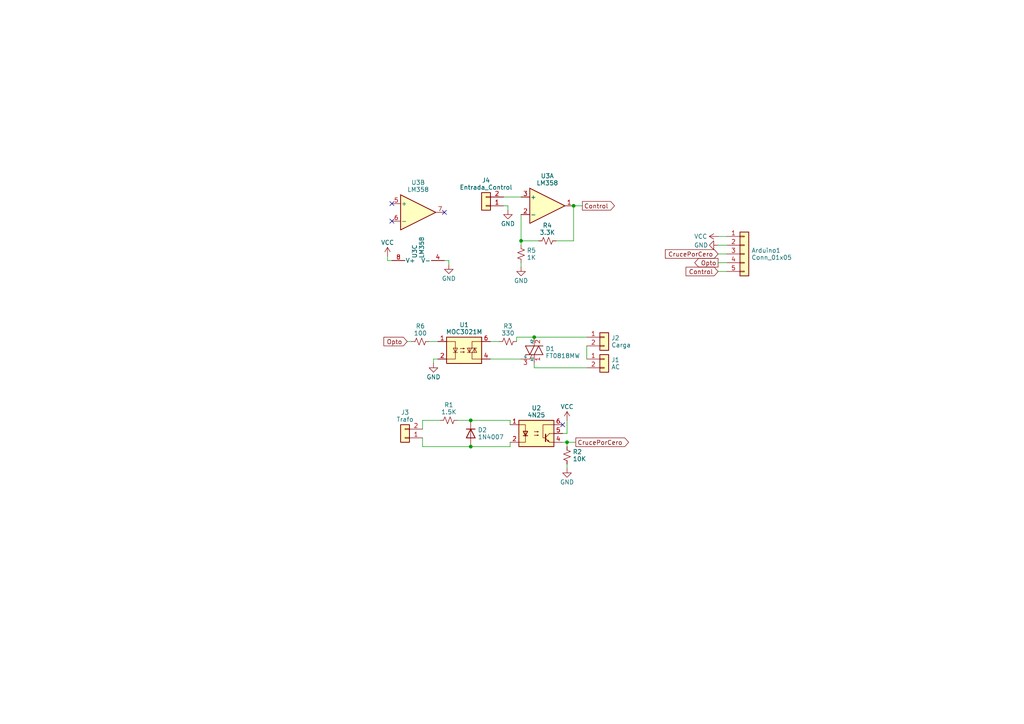
<source format=kicad_sch>
(kicad_sch (version 20230121) (generator eeschema)

  (uuid f6397ec9-f7d4-427b-9b0c-80af29eddaf4)

  (paper "A4")

  (lib_symbols
    (symbol "Amplifier_Operational:LM358" (pin_names (offset 0.127)) (in_bom yes) (on_board yes)
      (property "Reference" "U" (at 0 5.08 0)
        (effects (font (size 1.27 1.27)) (justify left))
      )
      (property "Value" "LM358" (at 0 -5.08 0)
        (effects (font (size 1.27 1.27)) (justify left))
      )
      (property "Footprint" "" (at 0 0 0)
        (effects (font (size 1.27 1.27)) hide)
      )
      (property "Datasheet" "http://www.ti.com/lit/ds/symlink/lm2904-n.pdf" (at 0 0 0)
        (effects (font (size 1.27 1.27)) hide)
      )
      (property "ki_locked" "" (at 0 0 0)
        (effects (font (size 1.27 1.27)))
      )
      (property "ki_keywords" "dual opamp" (at 0 0 0)
        (effects (font (size 1.27 1.27)) hide)
      )
      (property "ki_description" "Low-Power, Dual Operational Amplifiers, DIP-8/SOIC-8/TO-99-8" (at 0 0 0)
        (effects (font (size 1.27 1.27)) hide)
      )
      (property "ki_fp_filters" "SOIC*3.9x4.9mm*P1.27mm* DIP*W7.62mm* TO*99* OnSemi*Micro8* TSSOP*3x3mm*P0.65mm* TSSOP*4.4x3mm*P0.65mm* MSOP*3x3mm*P0.65mm* SSOP*3.9x4.9mm*P0.635mm* LFCSP*2x2mm*P0.5mm* *SIP* SOIC*5.3x6.2mm*P1.27mm*" (at 0 0 0)
        (effects (font (size 1.27 1.27)) hide)
      )
      (symbol "LM358_1_1"
        (polyline
          (pts
            (xy -5.08 5.08)
            (xy 5.08 0)
            (xy -5.08 -5.08)
            (xy -5.08 5.08)
          )
          (stroke (width 0.254) (type default))
          (fill (type background))
        )
        (pin output line (at 7.62 0 180) (length 2.54)
          (name "~" (effects (font (size 1.27 1.27))))
          (number "1" (effects (font (size 1.27 1.27))))
        )
        (pin input line (at -7.62 -2.54 0) (length 2.54)
          (name "-" (effects (font (size 1.27 1.27))))
          (number "2" (effects (font (size 1.27 1.27))))
        )
        (pin input line (at -7.62 2.54 0) (length 2.54)
          (name "+" (effects (font (size 1.27 1.27))))
          (number "3" (effects (font (size 1.27 1.27))))
        )
      )
      (symbol "LM358_2_1"
        (polyline
          (pts
            (xy -5.08 5.08)
            (xy 5.08 0)
            (xy -5.08 -5.08)
            (xy -5.08 5.08)
          )
          (stroke (width 0.254) (type default))
          (fill (type background))
        )
        (pin input line (at -7.62 2.54 0) (length 2.54)
          (name "+" (effects (font (size 1.27 1.27))))
          (number "5" (effects (font (size 1.27 1.27))))
        )
        (pin input line (at -7.62 -2.54 0) (length 2.54)
          (name "-" (effects (font (size 1.27 1.27))))
          (number "6" (effects (font (size 1.27 1.27))))
        )
        (pin output line (at 7.62 0 180) (length 2.54)
          (name "~" (effects (font (size 1.27 1.27))))
          (number "7" (effects (font (size 1.27 1.27))))
        )
      )
      (symbol "LM358_3_1"
        (pin power_in line (at -2.54 -7.62 90) (length 3.81)
          (name "V-" (effects (font (size 1.27 1.27))))
          (number "4" (effects (font (size 1.27 1.27))))
        )
        (pin power_in line (at -2.54 7.62 270) (length 3.81)
          (name "V+" (effects (font (size 1.27 1.27))))
          (number "8" (effects (font (size 1.27 1.27))))
        )
      )
    )
    (symbol "Connector_Generic:Conn_01x02" (pin_names (offset 1.016) hide) (in_bom yes) (on_board yes)
      (property "Reference" "J" (at 0 2.54 0)
        (effects (font (size 1.27 1.27)))
      )
      (property "Value" "Conn_01x02" (at 0 -5.08 0)
        (effects (font (size 1.27 1.27)))
      )
      (property "Footprint" "" (at 0 0 0)
        (effects (font (size 1.27 1.27)) hide)
      )
      (property "Datasheet" "~" (at 0 0 0)
        (effects (font (size 1.27 1.27)) hide)
      )
      (property "ki_keywords" "connector" (at 0 0 0)
        (effects (font (size 1.27 1.27)) hide)
      )
      (property "ki_description" "Generic connector, single row, 01x02, script generated (kicad-library-utils/schlib/autogen/connector/)" (at 0 0 0)
        (effects (font (size 1.27 1.27)) hide)
      )
      (property "ki_fp_filters" "Connector*:*_1x??_*" (at 0 0 0)
        (effects (font (size 1.27 1.27)) hide)
      )
      (symbol "Conn_01x02_1_1"
        (rectangle (start -1.27 -2.413) (end 0 -2.667)
          (stroke (width 0.1524) (type default))
          (fill (type none))
        )
        (rectangle (start -1.27 0.127) (end 0 -0.127)
          (stroke (width 0.1524) (type default))
          (fill (type none))
        )
        (rectangle (start -1.27 1.27) (end 1.27 -3.81)
          (stroke (width 0.254) (type default))
          (fill (type background))
        )
        (pin passive line (at -5.08 0 0) (length 3.81)
          (name "Pin_1" (effects (font (size 1.27 1.27))))
          (number "1" (effects (font (size 1.27 1.27))))
        )
        (pin passive line (at -5.08 -2.54 0) (length 3.81)
          (name "Pin_2" (effects (font (size 1.27 1.27))))
          (number "2" (effects (font (size 1.27 1.27))))
        )
      )
    )
    (symbol "Connector_Generic:Conn_01x05" (pin_names (offset 1.016) hide) (in_bom yes) (on_board yes)
      (property "Reference" "J" (at 0 7.62 0)
        (effects (font (size 1.27 1.27)))
      )
      (property "Value" "Conn_01x05" (at 0 -7.62 0)
        (effects (font (size 1.27 1.27)))
      )
      (property "Footprint" "" (at 0 0 0)
        (effects (font (size 1.27 1.27)) hide)
      )
      (property "Datasheet" "~" (at 0 0 0)
        (effects (font (size 1.27 1.27)) hide)
      )
      (property "ki_keywords" "connector" (at 0 0 0)
        (effects (font (size 1.27 1.27)) hide)
      )
      (property "ki_description" "Generic connector, single row, 01x05, script generated (kicad-library-utils/schlib/autogen/connector/)" (at 0 0 0)
        (effects (font (size 1.27 1.27)) hide)
      )
      (property "ki_fp_filters" "Connector*:*_1x??_*" (at 0 0 0)
        (effects (font (size 1.27 1.27)) hide)
      )
      (symbol "Conn_01x05_1_1"
        (rectangle (start -1.27 -4.953) (end 0 -5.207)
          (stroke (width 0.1524) (type default))
          (fill (type none))
        )
        (rectangle (start -1.27 -2.413) (end 0 -2.667)
          (stroke (width 0.1524) (type default))
          (fill (type none))
        )
        (rectangle (start -1.27 0.127) (end 0 -0.127)
          (stroke (width 0.1524) (type default))
          (fill (type none))
        )
        (rectangle (start -1.27 2.667) (end 0 2.413)
          (stroke (width 0.1524) (type default))
          (fill (type none))
        )
        (rectangle (start -1.27 5.207) (end 0 4.953)
          (stroke (width 0.1524) (type default))
          (fill (type none))
        )
        (rectangle (start -1.27 6.35) (end 1.27 -6.35)
          (stroke (width 0.254) (type default))
          (fill (type background))
        )
        (pin passive line (at -5.08 5.08 0) (length 3.81)
          (name "Pin_1" (effects (font (size 1.27 1.27))))
          (number "1" (effects (font (size 1.27 1.27))))
        )
        (pin passive line (at -5.08 2.54 0) (length 3.81)
          (name "Pin_2" (effects (font (size 1.27 1.27))))
          (number "2" (effects (font (size 1.27 1.27))))
        )
        (pin passive line (at -5.08 0 0) (length 3.81)
          (name "Pin_3" (effects (font (size 1.27 1.27))))
          (number "3" (effects (font (size 1.27 1.27))))
        )
        (pin passive line (at -5.08 -2.54 0) (length 3.81)
          (name "Pin_4" (effects (font (size 1.27 1.27))))
          (number "4" (effects (font (size 1.27 1.27))))
        )
        (pin passive line (at -5.08 -5.08 0) (length 3.81)
          (name "Pin_5" (effects (font (size 1.27 1.27))))
          (number "5" (effects (font (size 1.27 1.27))))
        )
      )
    )
    (symbol "Device:Q_TRIAC_A1A2G" (pin_names (offset 0)) (in_bom yes) (on_board yes)
      (property "Reference" "D" (at 3.175 0.635 0)
        (effects (font (size 1.27 1.27)) (justify left))
      )
      (property "Value" "Q_TRIAC_A1A2G" (at 3.175 -1.27 0)
        (effects (font (size 1.27 1.27)) (justify left))
      )
      (property "Footprint" "" (at 1.905 0.635 90)
        (effects (font (size 1.27 1.27)) hide)
      )
      (property "Datasheet" "~" (at 0 0 90)
        (effects (font (size 1.27 1.27)) hide)
      )
      (property "ki_keywords" "TRIAC" (at 0 0 0)
        (effects (font (size 1.27 1.27)) hide)
      )
      (property "ki_description" "Triode for alternating current, anode1/anode2/gate" (at 0 0 0)
        (effects (font (size 1.27 1.27)) hide)
      )
      (symbol "Q_TRIAC_A1A2G_0_1"
        (polyline
          (pts
            (xy -2.54 -1.27)
            (xy 2.54 -1.27)
          )
          (stroke (width 0.2032) (type default))
          (fill (type none))
        )
        (polyline
          (pts
            (xy -2.54 1.27)
            (xy 2.54 1.27)
          )
          (stroke (width 0.2032) (type default))
          (fill (type none))
        )
        (polyline
          (pts
            (xy -1.27 -2.54)
            (xy -0.635 -1.27)
          )
          (stroke (width 0) (type default))
          (fill (type none))
        )
        (polyline
          (pts
            (xy -2.54 1.27)
            (xy -1.27 -1.27)
            (xy 0 1.27)
          )
          (stroke (width 0.2032) (type default))
          (fill (type none))
        )
        (polyline
          (pts
            (xy 0 -1.27)
            (xy 1.27 1.27)
            (xy 2.54 -1.27)
          )
          (stroke (width 0.2032) (type default))
          (fill (type none))
        )
      )
      (symbol "Q_TRIAC_A1A2G_1_1"
        (pin passive line (at 0 -3.81 90) (length 2.54)
          (name "A1" (effects (font (size 0.635 0.635))))
          (number "1" (effects (font (size 1.27 1.27))))
        )
        (pin passive line (at 0 3.81 270) (length 2.54)
          (name "A2" (effects (font (size 0.635 0.635))))
          (number "2" (effects (font (size 1.27 1.27))))
        )
        (pin input line (at -3.81 -2.54 0) (length 2.54)
          (name "G" (effects (font (size 0.635 0.635))))
          (number "3" (effects (font (size 1.27 1.27))))
        )
      )
    )
    (symbol "Device:R_Small_US" (pin_numbers hide) (pin_names (offset 0.254) hide) (in_bom yes) (on_board yes)
      (property "Reference" "R" (at 0.762 0.508 0)
        (effects (font (size 1.27 1.27)) (justify left))
      )
      (property "Value" "R_Small_US" (at 0.762 -1.016 0)
        (effects (font (size 1.27 1.27)) (justify left))
      )
      (property "Footprint" "" (at 0 0 0)
        (effects (font (size 1.27 1.27)) hide)
      )
      (property "Datasheet" "~" (at 0 0 0)
        (effects (font (size 1.27 1.27)) hide)
      )
      (property "ki_keywords" "r resistor" (at 0 0 0)
        (effects (font (size 1.27 1.27)) hide)
      )
      (property "ki_description" "Resistor, small US symbol" (at 0 0 0)
        (effects (font (size 1.27 1.27)) hide)
      )
      (property "ki_fp_filters" "R_*" (at 0 0 0)
        (effects (font (size 1.27 1.27)) hide)
      )
      (symbol "R_Small_US_1_1"
        (polyline
          (pts
            (xy 0 0)
            (xy 1.016 -0.381)
            (xy 0 -0.762)
            (xy -1.016 -1.143)
            (xy 0 -1.524)
          )
          (stroke (width 0) (type default))
          (fill (type none))
        )
        (polyline
          (pts
            (xy 0 1.524)
            (xy 1.016 1.143)
            (xy 0 0.762)
            (xy -1.016 0.381)
            (xy 0 0)
          )
          (stroke (width 0) (type default))
          (fill (type none))
        )
        (pin passive line (at 0 2.54 270) (length 1.016)
          (name "~" (effects (font (size 1.27 1.27))))
          (number "1" (effects (font (size 1.27 1.27))))
        )
        (pin passive line (at 0 -2.54 90) (length 1.016)
          (name "~" (effects (font (size 1.27 1.27))))
          (number "2" (effects (font (size 1.27 1.27))))
        )
      )
    )
    (symbol "Diode:1N4007" (pin_numbers hide) (pin_names hide) (in_bom yes) (on_board yes)
      (property "Reference" "D" (at 0 2.54 0)
        (effects (font (size 1.27 1.27)))
      )
      (property "Value" "1N4007" (at 0 -2.54 0)
        (effects (font (size 1.27 1.27)))
      )
      (property "Footprint" "Diode_THT:D_DO-41_SOD81_P10.16mm_Horizontal" (at 0 -4.445 0)
        (effects (font (size 1.27 1.27)) hide)
      )
      (property "Datasheet" "http://www.vishay.com/docs/88503/1n4001.pdf" (at 0 0 0)
        (effects (font (size 1.27 1.27)) hide)
      )
      (property "Sim.Device" "D" (at 0 0 0)
        (effects (font (size 1.27 1.27)) hide)
      )
      (property "Sim.Pins" "1=K 2=A" (at 0 0 0)
        (effects (font (size 1.27 1.27)) hide)
      )
      (property "ki_keywords" "diode" (at 0 0 0)
        (effects (font (size 1.27 1.27)) hide)
      )
      (property "ki_description" "1000V 1A General Purpose Rectifier Diode, DO-41" (at 0 0 0)
        (effects (font (size 1.27 1.27)) hide)
      )
      (property "ki_fp_filters" "D*DO?41*" (at 0 0 0)
        (effects (font (size 1.27 1.27)) hide)
      )
      (symbol "1N4007_0_1"
        (polyline
          (pts
            (xy -1.27 1.27)
            (xy -1.27 -1.27)
          )
          (stroke (width 0.254) (type default))
          (fill (type none))
        )
        (polyline
          (pts
            (xy 1.27 0)
            (xy -1.27 0)
          )
          (stroke (width 0) (type default))
          (fill (type none))
        )
        (polyline
          (pts
            (xy 1.27 1.27)
            (xy 1.27 -1.27)
            (xy -1.27 0)
            (xy 1.27 1.27)
          )
          (stroke (width 0.254) (type default))
          (fill (type none))
        )
      )
      (symbol "1N4007_1_1"
        (pin passive line (at -3.81 0 0) (length 2.54)
          (name "K" (effects (font (size 1.27 1.27))))
          (number "1" (effects (font (size 1.27 1.27))))
        )
        (pin passive line (at 3.81 0 180) (length 2.54)
          (name "A" (effects (font (size 1.27 1.27))))
          (number "2" (effects (font (size 1.27 1.27))))
        )
      )
    )
    (symbol "Isolator:4N25" (pin_names (offset 1.016)) (in_bom yes) (on_board yes)
      (property "Reference" "U" (at -5.08 5.08 0)
        (effects (font (size 1.27 1.27)) (justify left))
      )
      (property "Value" "4N25" (at 0 5.08 0)
        (effects (font (size 1.27 1.27)) (justify left))
      )
      (property "Footprint" "Package_DIP:DIP-6_W7.62mm" (at -5.08 -5.08 0)
        (effects (font (size 1.27 1.27) italic) (justify left) hide)
      )
      (property "Datasheet" "https://www.vishay.com/docs/83725/4n25.pdf" (at 0 0 0)
        (effects (font (size 1.27 1.27)) (justify left) hide)
      )
      (property "ki_keywords" "NPN DC Optocoupler Base Connected" (at 0 0 0)
        (effects (font (size 1.27 1.27)) hide)
      )
      (property "ki_description" "DC Optocoupler Base Connected, Vce 30V, CTR 20%, Viso 2500V, DIP6" (at 0 0 0)
        (effects (font (size 1.27 1.27)) hide)
      )
      (property "ki_fp_filters" "DIP*W7.62mm*" (at 0 0 0)
        (effects (font (size 1.27 1.27)) hide)
      )
      (symbol "4N25_0_1"
        (rectangle (start -5.08 3.81) (end 5.08 -3.81)
          (stroke (width 0.254) (type default))
          (fill (type background))
        )
        (polyline
          (pts
            (xy -3.81 -0.635)
            (xy -2.54 -0.635)
          )
          (stroke (width 0.254) (type default))
          (fill (type none))
        )
        (polyline
          (pts
            (xy 2.667 -1.397)
            (xy 3.81 -2.54)
          )
          (stroke (width 0) (type default))
          (fill (type none))
        )
        (polyline
          (pts
            (xy 2.667 -1.143)
            (xy 3.81 0)
          )
          (stroke (width 0) (type default))
          (fill (type none))
        )
        (polyline
          (pts
            (xy 3.81 -2.54)
            (xy 5.08 -2.54)
          )
          (stroke (width 0) (type default))
          (fill (type none))
        )
        (polyline
          (pts
            (xy 3.81 0)
            (xy 5.08 0)
          )
          (stroke (width 0) (type default))
          (fill (type none))
        )
        (polyline
          (pts
            (xy 2.667 -0.254)
            (xy 2.667 -2.286)
            (xy 2.667 -2.286)
          )
          (stroke (width 0.3556) (type default))
          (fill (type none))
        )
        (polyline
          (pts
            (xy -5.08 -2.54)
            (xy -3.175 -2.54)
            (xy -3.175 2.54)
            (xy -5.08 2.54)
          )
          (stroke (width 0) (type default))
          (fill (type none))
        )
        (polyline
          (pts
            (xy -3.175 -0.635)
            (xy -3.81 0.635)
            (xy -2.54 0.635)
            (xy -3.175 -0.635)
          )
          (stroke (width 0.254) (type default))
          (fill (type none))
        )
        (polyline
          (pts
            (xy 3.683 -2.413)
            (xy 3.429 -1.905)
            (xy 3.175 -2.159)
            (xy 3.683 -2.413)
          )
          (stroke (width 0) (type default))
          (fill (type none))
        )
        (polyline
          (pts
            (xy 5.08 2.54)
            (xy 1.905 2.54)
            (xy 1.905 -1.27)
            (xy 2.54 -1.27)
          )
          (stroke (width 0) (type default))
          (fill (type none))
        )
        (polyline
          (pts
            (xy -0.635 -0.508)
            (xy 0.635 -0.508)
            (xy 0.254 -0.635)
            (xy 0.254 -0.381)
            (xy 0.635 -0.508)
          )
          (stroke (width 0) (type default))
          (fill (type none))
        )
        (polyline
          (pts
            (xy -0.635 0.508)
            (xy 0.635 0.508)
            (xy 0.254 0.381)
            (xy 0.254 0.635)
            (xy 0.635 0.508)
          )
          (stroke (width 0) (type default))
          (fill (type none))
        )
      )
      (symbol "4N25_1_1"
        (pin passive line (at -7.62 2.54 0) (length 2.54)
          (name "~" (effects (font (size 1.27 1.27))))
          (number "1" (effects (font (size 1.27 1.27))))
        )
        (pin passive line (at -7.62 -2.54 0) (length 2.54)
          (name "~" (effects (font (size 1.27 1.27))))
          (number "2" (effects (font (size 1.27 1.27))))
        )
        (pin no_connect line (at -5.08 0 0) (length 2.54) hide
          (name "NC" (effects (font (size 1.27 1.27))))
          (number "3" (effects (font (size 1.27 1.27))))
        )
        (pin passive line (at 7.62 -2.54 180) (length 2.54)
          (name "~" (effects (font (size 1.27 1.27))))
          (number "4" (effects (font (size 1.27 1.27))))
        )
        (pin passive line (at 7.62 0 180) (length 2.54)
          (name "~" (effects (font (size 1.27 1.27))))
          (number "5" (effects (font (size 1.27 1.27))))
        )
        (pin passive line (at 7.62 2.54 180) (length 2.54)
          (name "~" (effects (font (size 1.27 1.27))))
          (number "6" (effects (font (size 1.27 1.27))))
        )
      )
    )
    (symbol "Relay_SolidState:MOC3021M" (in_bom yes) (on_board yes)
      (property "Reference" "U" (at -5.334 4.826 0)
        (effects (font (size 1.27 1.27)) (justify left))
      )
      (property "Value" "MOC3021M" (at 0 5.08 0)
        (effects (font (size 1.27 1.27)) (justify left))
      )
      (property "Footprint" "" (at -5.08 -5.08 0)
        (effects (font (size 1.27 1.27) italic) (justify left) hide)
      )
      (property "Datasheet" "https://www.onsemi.com/pub/Collateral/MOC3023M-D.PDF" (at 0 0 0)
        (effects (font (size 1.27 1.27)) (justify left) hide)
      )
      (property "ki_keywords" "Opto-Triac Opto Triac Random Phase" (at 0 0 0)
        (effects (font (size 1.27 1.27)) hide)
      )
      (property "ki_description" "Random Phase Opto-Triac, Vdrm 400V, Ift 15mA, DIP6" (at 0 0 0)
        (effects (font (size 1.27 1.27)) hide)
      )
      (property "ki_fp_filters" "DIP*W7.62mm* SMDIP*W9.53mm* DIP*W10.16mm*" (at 0 0 0)
        (effects (font (size 1.27 1.27)) hide)
      )
      (symbol "MOC3021M_0_1"
        (rectangle (start -5.08 3.81) (end 5.08 -3.81)
          (stroke (width 0.254) (type default))
          (fill (type background))
        )
        (polyline
          (pts
            (xy -3.175 -0.635)
            (xy -1.905 -0.635)
          )
          (stroke (width 0) (type default))
          (fill (type none))
        )
        (polyline
          (pts
            (xy 1.524 -0.635)
            (xy 1.524 0.635)
          )
          (stroke (width 0) (type default))
          (fill (type none))
        )
        (polyline
          (pts
            (xy 3.048 0.635)
            (xy 3.048 -0.635)
          )
          (stroke (width 0) (type default))
          (fill (type none))
        )
        (polyline
          (pts
            (xy 2.286 -0.635)
            (xy 2.286 -2.54)
            (xy 5.08 -2.54)
          )
          (stroke (width 0) (type default))
          (fill (type none))
        )
        (polyline
          (pts
            (xy 2.286 0.635)
            (xy 2.286 2.54)
            (xy 5.08 2.54)
          )
          (stroke (width 0) (type default))
          (fill (type none))
        )
        (polyline
          (pts
            (xy -5.08 2.54)
            (xy -2.54 2.54)
            (xy -2.54 -2.54)
            (xy -5.08 -2.54)
          )
          (stroke (width 0) (type default))
          (fill (type none))
        )
        (polyline
          (pts
            (xy -2.54 -0.635)
            (xy -3.175 0.635)
            (xy -1.905 0.635)
            (xy -2.54 -0.635)
          )
          (stroke (width 0) (type default))
          (fill (type none))
        )
        (polyline
          (pts
            (xy 0.889 -0.635)
            (xy 3.683 -0.635)
            (xy 3.048 0.635)
            (xy 2.413 -0.635)
          )
          (stroke (width 0) (type default))
          (fill (type none))
        )
        (polyline
          (pts
            (xy 3.683 0.635)
            (xy 0.889 0.635)
            (xy 1.524 -0.635)
            (xy 2.159 0.635)
          )
          (stroke (width 0) (type default))
          (fill (type none))
        )
        (polyline
          (pts
            (xy -1.143 -0.508)
            (xy 0.127 -0.508)
            (xy -0.254 -0.635)
            (xy -0.254 -0.381)
            (xy 0.127 -0.508)
          )
          (stroke (width 0) (type default))
          (fill (type none))
        )
        (polyline
          (pts
            (xy -1.143 0.508)
            (xy 0.127 0.508)
            (xy -0.254 0.381)
            (xy -0.254 0.635)
            (xy 0.127 0.508)
          )
          (stroke (width 0) (type default))
          (fill (type none))
        )
      )
      (symbol "MOC3021M_1_1"
        (pin passive line (at -7.62 2.54 0) (length 2.54)
          (name "~" (effects (font (size 1.27 1.27))))
          (number "1" (effects (font (size 1.27 1.27))))
        )
        (pin passive line (at -7.62 -2.54 0) (length 2.54)
          (name "~" (effects (font (size 1.27 1.27))))
          (number "2" (effects (font (size 1.27 1.27))))
        )
        (pin no_connect line (at -5.08 0 0) (length 2.54) hide
          (name "NC" (effects (font (size 1.27 1.27))))
          (number "3" (effects (font (size 1.27 1.27))))
        )
        (pin passive line (at 7.62 -2.54 180) (length 2.54)
          (name "~" (effects (font (size 1.27 1.27))))
          (number "4" (effects (font (size 1.27 1.27))))
        )
        (pin no_connect line (at 5.08 0 180) (length 2.54) hide
          (name "NC" (effects (font (size 1.27 1.27))))
          (number "5" (effects (font (size 1.27 1.27))))
        )
        (pin passive line (at 7.62 2.54 180) (length 2.54)
          (name "~" (effects (font (size 1.27 1.27))))
          (number "6" (effects (font (size 1.27 1.27))))
        )
      )
    )
    (symbol "power:GND" (power) (pin_names (offset 0)) (in_bom yes) (on_board yes)
      (property "Reference" "#PWR" (at 0 -6.35 0)
        (effects (font (size 1.27 1.27)) hide)
      )
      (property "Value" "GND" (at 0 -3.81 0)
        (effects (font (size 1.27 1.27)))
      )
      (property "Footprint" "" (at 0 0 0)
        (effects (font (size 1.27 1.27)) hide)
      )
      (property "Datasheet" "" (at 0 0 0)
        (effects (font (size 1.27 1.27)) hide)
      )
      (property "ki_keywords" "global power" (at 0 0 0)
        (effects (font (size 1.27 1.27)) hide)
      )
      (property "ki_description" "Power symbol creates a global label with name \"GND\" , ground" (at 0 0 0)
        (effects (font (size 1.27 1.27)) hide)
      )
      (symbol "GND_0_1"
        (polyline
          (pts
            (xy 0 0)
            (xy 0 -1.27)
            (xy 1.27 -1.27)
            (xy 0 -2.54)
            (xy -1.27 -1.27)
            (xy 0 -1.27)
          )
          (stroke (width 0) (type default))
          (fill (type none))
        )
      )
      (symbol "GND_1_1"
        (pin power_in line (at 0 0 270) (length 0) hide
          (name "GND" (effects (font (size 1.27 1.27))))
          (number "1" (effects (font (size 1.27 1.27))))
        )
      )
    )
    (symbol "power:VCC" (power) (pin_names (offset 0)) (in_bom yes) (on_board yes)
      (property "Reference" "#PWR" (at 0 -3.81 0)
        (effects (font (size 1.27 1.27)) hide)
      )
      (property "Value" "VCC" (at 0 3.81 0)
        (effects (font (size 1.27 1.27)))
      )
      (property "Footprint" "" (at 0 0 0)
        (effects (font (size 1.27 1.27)) hide)
      )
      (property "Datasheet" "" (at 0 0 0)
        (effects (font (size 1.27 1.27)) hide)
      )
      (property "ki_keywords" "global power" (at 0 0 0)
        (effects (font (size 1.27 1.27)) hide)
      )
      (property "ki_description" "Power symbol creates a global label with name \"VCC\"" (at 0 0 0)
        (effects (font (size 1.27 1.27)) hide)
      )
      (symbol "VCC_0_1"
        (polyline
          (pts
            (xy -0.762 1.27)
            (xy 0 2.54)
          )
          (stroke (width 0) (type default))
          (fill (type none))
        )
        (polyline
          (pts
            (xy 0 0)
            (xy 0 2.54)
          )
          (stroke (width 0) (type default))
          (fill (type none))
        )
        (polyline
          (pts
            (xy 0 2.54)
            (xy 0.762 1.27)
          )
          (stroke (width 0) (type default))
          (fill (type none))
        )
      )
      (symbol "VCC_1_1"
        (pin power_in line (at 0 0 90) (length 0) hide
          (name "VCC" (effects (font (size 1.27 1.27))))
          (number "1" (effects (font (size 1.27 1.27))))
        )
      )
    )
  )

  (junction (at 166.37 59.69) (diameter 0) (color 0 0 0 0)
    (uuid 013a1367-4c8b-45d5-9996-862042177491)
  )
  (junction (at 136.525 129.54) (diameter 0) (color 0 0 0 0)
    (uuid 3fff8af5-34f4-437f-8705-e4ee02bd12fe)
  )
  (junction (at 164.465 128.27) (diameter 0) (color 0 0 0 0)
    (uuid 9bb6f080-05f4-4612-a4b0-5391caf05212)
  )
  (junction (at 136.525 121.92) (diameter 0) (color 0 0 0 0)
    (uuid c29c70a8-d925-44a4-814d-1e21fbbf49f0)
  )
  (junction (at 151.13 69.85) (diameter 0) (color 0 0 0 0)
    (uuid fd20ca9a-c3c9-4171-bb33-56056c067bc4)
  )
  (junction (at 154.94 97.79) (diameter 0) (color 0 0 0 0)
    (uuid feeac611-0130-4d7e-a168-524704dac4df)
  )

  (no_connect (at 113.665 59.055) (uuid 3a3b6b6c-b844-4db2-91d8-f858c9ef57d4))
  (no_connect (at 113.665 64.135) (uuid ca094732-21ea-4f6b-be01-0e4e0cb693a1))
  (no_connect (at 128.905 61.595) (uuid db3b0547-b566-4fed-a5fc-1178b9c8a842))
  (no_connect (at 163.195 123.19) (uuid f873d63d-0e5a-4dfc-8439-f7a307431c61))

  (wire (pts (xy 151.13 76.2) (xy 151.13 77.47))
    (stroke (width 0) (type default))
    (uuid 05bdd20e-2ad3-42ac-9798-947feb25617a)
  )
  (wire (pts (xy 163.195 128.27) (xy 164.465 128.27))
    (stroke (width 0) (type default))
    (uuid 07a1d293-02b2-4f1d-8367-d6bc0f44798b)
  )
  (wire (pts (xy 154.94 105.41) (xy 154.94 106.68))
    (stroke (width 0) (type default))
    (uuid 18178fa8-79af-4717-b4bd-930b91d0f715)
  )
  (wire (pts (xy 147.32 59.69) (xy 147.32 60.96))
    (stroke (width 0) (type default))
    (uuid 18c87464-fee2-42b2-98fe-81de129029eb)
  )
  (wire (pts (xy 128.905 75.565) (xy 130.175 75.565))
    (stroke (width 0) (type default))
    (uuid 1cd99200-7e8a-42e3-b6fa-c1f3d878f64b)
  )
  (wire (pts (xy 208.28 71.12) (xy 210.82 71.12))
    (stroke (width 0) (type default))
    (uuid 1d7af7e9-c12d-4e79-9a8d-861e4d4ebdfe)
  )
  (wire (pts (xy 125.73 104.14) (xy 125.73 105.41))
    (stroke (width 0) (type default))
    (uuid 21e9fc09-0797-4971-b0af-97c10b0ed4ed)
  )
  (wire (pts (xy 132.715 121.92) (xy 136.525 121.92))
    (stroke (width 0) (type default))
    (uuid 237387ae-49eb-4d2f-952f-a29342a307ba)
  )
  (wire (pts (xy 112.395 75.565) (xy 112.395 74.295))
    (stroke (width 0) (type default))
    (uuid 2818ba79-9563-44bc-9918-f8a729875e8e)
  )
  (wire (pts (xy 149.86 97.79) (xy 149.86 99.06))
    (stroke (width 0) (type default))
    (uuid 33026f12-5351-4c9c-9a7a-483e19433b87)
  )
  (wire (pts (xy 130.175 75.565) (xy 130.175 76.835))
    (stroke (width 0) (type default))
    (uuid 360a155e-a9bf-426a-a033-f212eea0b325)
  )
  (wire (pts (xy 146.05 57.15) (xy 151.13 57.15))
    (stroke (width 0) (type default))
    (uuid 3701b669-1f7c-42f0-806c-f0402766af62)
  )
  (wire (pts (xy 147.955 128.27) (xy 147.955 129.54))
    (stroke (width 0) (type default))
    (uuid 496e87fd-a720-4d47-af2c-47aac632ef9a)
  )
  (wire (pts (xy 154.94 97.79) (xy 170.18 97.79))
    (stroke (width 0) (type default))
    (uuid 52c3430d-d4cf-4dcc-b075-92628a1109c7)
  )
  (wire (pts (xy 164.465 125.73) (xy 163.195 125.73))
    (stroke (width 0) (type default))
    (uuid 642aa0c1-abc0-4764-aa56-92f2e3e005b7)
  )
  (wire (pts (xy 146.05 59.69) (xy 147.32 59.69))
    (stroke (width 0) (type default))
    (uuid 6666dbb5-52d1-4279-9658-df480abcd2cd)
  )
  (wire (pts (xy 142.24 104.14) (xy 151.13 104.14))
    (stroke (width 0) (type default))
    (uuid 682d2d20-bad5-4d71-b9bc-b4847d4de29e)
  )
  (wire (pts (xy 149.86 97.79) (xy 154.94 97.79))
    (stroke (width 0) (type default))
    (uuid 6e2d606c-28f8-43e5-aaf1-f077b9874b82)
  )
  (wire (pts (xy 136.525 121.92) (xy 147.955 121.92))
    (stroke (width 0) (type default))
    (uuid 6e6428fd-6eab-4590-84bc-1a075725cf92)
  )
  (wire (pts (xy 142.24 99.06) (xy 144.78 99.06))
    (stroke (width 0) (type default))
    (uuid 71505e35-9809-4059-82d7-5f175a1b7d9f)
  )
  (wire (pts (xy 151.13 62.23) (xy 151.13 69.85))
    (stroke (width 0) (type default))
    (uuid 779aaa1f-0f95-4de5-a461-25da6b83832e)
  )
  (wire (pts (xy 166.37 69.85) (xy 166.37 59.69))
    (stroke (width 0) (type default))
    (uuid 7c2e722d-5e76-4b08-b729-572965109ba4)
  )
  (wire (pts (xy 136.525 129.54) (xy 122.555 129.54))
    (stroke (width 0) (type default))
    (uuid 7c485465-3196-469c-8708-47ccfdf537eb)
  )
  (wire (pts (xy 164.465 128.27) (xy 167.005 128.27))
    (stroke (width 0) (type default))
    (uuid 7e4546d6-2bc7-4358-a905-9f4722ae3b45)
  )
  (wire (pts (xy 208.28 76.2) (xy 210.82 76.2))
    (stroke (width 0) (type default))
    (uuid 8c113b8d-aaa2-4d42-a0b3-72c781e59587)
  )
  (wire (pts (xy 208.28 73.66) (xy 210.82 73.66))
    (stroke (width 0) (type default))
    (uuid 8c7f2b80-fdda-420f-a38d-369ce4d6d4bb)
  )
  (wire (pts (xy 151.13 69.85) (xy 151.13 71.12))
    (stroke (width 0) (type default))
    (uuid 8eb278dd-6667-44fe-b6e0-cfff2b893228)
  )
  (wire (pts (xy 122.555 121.92) (xy 127.635 121.92))
    (stroke (width 0) (type default))
    (uuid 9d768c9c-fdc1-4f64-8832-42f747d9a04b)
  )
  (wire (pts (xy 122.555 124.46) (xy 122.555 121.92))
    (stroke (width 0) (type default))
    (uuid a5e7143e-4cbc-4933-8e6f-c60bbc970a68)
  )
  (wire (pts (xy 208.28 68.58) (xy 210.82 68.58))
    (stroke (width 0) (type default))
    (uuid ab02a043-c192-4706-a388-ac6ef6985573)
  )
  (wire (pts (xy 170.18 100.33) (xy 170.18 104.14))
    (stroke (width 0) (type default))
    (uuid c1120adc-63e1-477d-b69a-9db8bf374e4a)
  )
  (wire (pts (xy 151.13 69.85) (xy 156.21 69.85))
    (stroke (width 0) (type default))
    (uuid c27ce34e-3291-46b4-9569-ccd7f44b12b8)
  )
  (wire (pts (xy 208.28 78.74) (xy 210.82 78.74))
    (stroke (width 0) (type default))
    (uuid c60fef84-7657-48f6-a140-9407112f37c1)
  )
  (wire (pts (xy 161.29 69.85) (xy 166.37 69.85))
    (stroke (width 0) (type default))
    (uuid cd938c7a-ad5b-41a6-a03a-0fb6bb5ef961)
  )
  (wire (pts (xy 113.665 75.565) (xy 112.395 75.565))
    (stroke (width 0) (type default))
    (uuid ce7d95b8-ee46-46b5-bba4-7a97e0c7bb72)
  )
  (wire (pts (xy 118.11 99.06) (xy 119.38 99.06))
    (stroke (width 0) (type default))
    (uuid ce90596a-87f3-4dc1-8274-b6f866402eae)
  )
  (wire (pts (xy 124.46 99.06) (xy 127 99.06))
    (stroke (width 0) (type default))
    (uuid d9ff4ccb-5ed3-42d0-a1dd-911db33283b3)
  )
  (wire (pts (xy 136.525 129.54) (xy 147.955 129.54))
    (stroke (width 0) (type default))
    (uuid dba6001d-8827-4922-bd59-9de06735df13)
  )
  (wire (pts (xy 164.465 128.27) (xy 164.465 129.54))
    (stroke (width 0) (type default))
    (uuid e33c2aca-eb67-4bba-826f-8519ca054e21)
  )
  (wire (pts (xy 164.465 121.92) (xy 164.465 125.73))
    (stroke (width 0) (type default))
    (uuid e839b818-2b7d-4135-a186-3beafa0dd450)
  )
  (wire (pts (xy 154.94 106.68) (xy 170.18 106.68))
    (stroke (width 0) (type default))
    (uuid ee498d72-351d-47a3-b483-ac5a68db6fd7)
  )
  (wire (pts (xy 122.555 129.54) (xy 122.555 127))
    (stroke (width 0) (type default))
    (uuid ef97f6dc-3aa7-416b-b25b-6e7b7bfe3160)
  )
  (wire (pts (xy 164.465 134.62) (xy 164.465 135.89))
    (stroke (width 0) (type default))
    (uuid efa44e07-a4c9-4e78-b70a-1fcf5cd3c422)
  )
  (wire (pts (xy 127 104.14) (xy 125.73 104.14))
    (stroke (width 0) (type default))
    (uuid f37b0624-3fe2-4beb-95c8-283aa927a733)
  )
  (wire (pts (xy 166.37 59.69) (xy 168.91 59.69))
    (stroke (width 0) (type default))
    (uuid f7acacd4-e035-41d0-9124-99ada1d02b9b)
  )
  (wire (pts (xy 147.955 121.92) (xy 147.955 123.19))
    (stroke (width 0) (type default))
    (uuid fe324b6d-d7da-4eb6-bb20-793ff9db891f)
  )

  (global_label "Control" (shape output) (at 168.91 59.69 0) (fields_autoplaced)
    (effects (font (size 1.27 1.27)) (justify left))
    (uuid 40d198e3-ef37-4e1d-8f6d-d8dab6514b65)
    (property "Intersheetrefs" "${INTERSHEET_REFS}" (at 178.7099 59.69 0)
      (effects (font (size 1.27 1.27)) (justify left) hide)
    )
  )
  (global_label "Control" (shape input) (at 208.28 78.74 180) (fields_autoplaced)
    (effects (font (size 1.27 1.27)) (justify right))
    (uuid 44ec2a8f-6d54-4537-bbfe-8fed08c66750)
    (property "Intersheetrefs" "${INTERSHEET_REFS}" (at 198.4801 78.74 0)
      (effects (font (size 1.27 1.27)) (justify right) hide)
    )
  )
  (global_label "Opto" (shape output) (at 208.28 76.2 180) (fields_autoplaced)
    (effects (font (size 1.27 1.27)) (justify right))
    (uuid 4c81d3a8-03bb-4c91-ba97-202891250b30)
    (property "Intersheetrefs" "${INTERSHEET_REFS}" (at 201.02 76.2 0)
      (effects (font (size 1.27 1.27)) (justify right) hide)
    )
  )
  (global_label "Opto" (shape input) (at 118.11 99.06 180) (fields_autoplaced)
    (effects (font (size 1.27 1.27)) (justify right))
    (uuid 5e4edea1-eadb-4ed3-bdb6-a86dc616a17e)
    (property "Intersheetrefs" "${INTERSHEET_REFS}" (at 110.85 99.06 0)
      (effects (font (size 1.27 1.27)) (justify right) hide)
    )
  )
  (global_label "CrucePorCero" (shape input) (at 208.28 73.66 180) (fields_autoplaced)
    (effects (font (size 1.27 1.27)) (justify right))
    (uuid 657f66ec-0db8-4730-9a90-307d304c8a88)
    (property "Intersheetrefs" "${INTERSHEET_REFS}" (at 192.4928 73.66 0)
      (effects (font (size 1.27 1.27)) (justify right) hide)
    )
  )
  (global_label "CrucePorCero" (shape output) (at 167.005 128.27 0) (fields_autoplaced)
    (effects (font (size 1.27 1.27)) (justify left))
    (uuid 6d608c05-4f3f-4a45-8504-4a430f8c1df8)
    (property "Intersheetrefs" "${INTERSHEET_REFS}" (at 182.7922 128.27 0)
      (effects (font (size 1.27 1.27)) (justify left) hide)
    )
  )

  (symbol (lib_id "Connector_Generic:Conn_01x02") (at 175.26 104.14 0) (unit 1)
    (in_bom yes) (on_board yes) (dnp no) (fields_autoplaced)
    (uuid 02384a19-aa19-4d46-a144-ff319286d046)
    (property "Reference" "J1" (at 177.292 104.386 0)
      (effects (font (size 1.27 1.27)) (justify left))
    )
    (property "Value" "AC" (at 177.292 106.434 0)
      (effects (font (size 1.27 1.27)) (justify left))
    )
    (property "Footprint" "TerminalBlock:TerminalBlock_bornier-2_P5.08mm" (at 175.26 104.14 0)
      (effects (font (size 1.27 1.27)) hide)
    )
    (property "Datasheet" "~" (at 175.26 104.14 0)
      (effects (font (size 1.27 1.27)) hide)
    )
    (pin "1" (uuid 4a083933-8262-40c7-a9e2-762852b00f34))
    (pin "2" (uuid b8cc24c4-3abe-4259-b3ed-cea27e7ec2c9))
    (instances
      (project "dimmer"
        (path "/f6397ec9-f7d4-427b-9b0c-80af29eddaf4"
          (reference "J1") (unit 1)
        )
      )
    )
  )

  (symbol (lib_id "Amplifier_Operational:LM358") (at 158.75 59.69 0) (unit 1)
    (in_bom yes) (on_board yes) (dnp no) (fields_autoplaced)
    (uuid 0a75b510-3aa0-4d14-9c8f-b957caf0e0e1)
    (property "Reference" "U3" (at 158.75 51.03 0)
      (effects (font (size 1.27 1.27)))
    )
    (property "Value" "LM358" (at 158.75 53.078 0)
      (effects (font (size 1.27 1.27)))
    )
    (property "Footprint" "Package_DIP:DIP-8_W7.62mm_LongPads" (at 158.75 59.69 0)
      (effects (font (size 1.27 1.27)) hide)
    )
    (property "Datasheet" "http://www.ti.com/lit/ds/symlink/lm2904-n.pdf" (at 158.75 59.69 0)
      (effects (font (size 1.27 1.27)) hide)
    )
    (pin "1" (uuid d102b265-41f3-4027-aeda-bf1d5f0aff7f))
    (pin "2" (uuid 412a2dce-efaa-4043-94f9-67603f995c15))
    (pin "3" (uuid 97a69156-89b6-4fb1-8747-f3d120fe5dda))
    (pin "5" (uuid ae677f26-4fc6-4963-b03f-52e06e84b7aa))
    (pin "6" (uuid a6d14a9b-e38a-4720-bd8f-d19fc2cb4160))
    (pin "7" (uuid 1381a0ea-bc2d-49ca-8584-eb782e759930))
    (pin "4" (uuid d94bb5ea-63c0-4d0d-a01d-0ccfc0f83286))
    (pin "8" (uuid a59bce05-59bd-41cb-8a50-cf67d20df189))
    (instances
      (project "dimmer"
        (path "/f6397ec9-f7d4-427b-9b0c-80af29eddaf4"
          (reference "U3") (unit 1)
        )
      )
    )
  )

  (symbol (lib_id "power:GND") (at 147.32 60.96 0) (unit 1)
    (in_bom yes) (on_board yes) (dnp no) (fields_autoplaced)
    (uuid 1280d450-6bfa-4bac-b9f0-966faa711389)
    (property "Reference" "#PWR07" (at 147.32 67.31 0)
      (effects (font (size 1.27 1.27)) hide)
    )
    (property "Value" "GND" (at 147.32 64.905 0)
      (effects (font (size 1.27 1.27)))
    )
    (property "Footprint" "" (at 147.32 60.96 0)
      (effects (font (size 1.27 1.27)) hide)
    )
    (property "Datasheet" "" (at 147.32 60.96 0)
      (effects (font (size 1.27 1.27)) hide)
    )
    (pin "1" (uuid c35477fa-d6c7-4eda-a76c-e722421b9d5f))
    (instances
      (project "dimmer"
        (path "/f6397ec9-f7d4-427b-9b0c-80af29eddaf4"
          (reference "#PWR07") (unit 1)
        )
      )
    )
  )

  (symbol (lib_id "Connector_Generic:Conn_01x05") (at 215.9 73.66 0) (unit 1)
    (in_bom yes) (on_board yes) (dnp no) (fields_autoplaced)
    (uuid 17e527a7-881d-4b02-b681-bd740f0c19fc)
    (property "Reference" "Arduino1" (at 217.932 72.636 0)
      (effects (font (size 1.27 1.27)) (justify left))
    )
    (property "Value" "Conn_01x05" (at 217.932 74.684 0)
      (effects (font (size 1.27 1.27)) (justify left))
    )
    (property "Footprint" "Connector_PinSocket_2.54mm:PinSocket_1x05_P2.54mm_Vertical" (at 215.9 73.66 0)
      (effects (font (size 1.27 1.27)) hide)
    )
    (property "Datasheet" "~" (at 215.9 73.66 0)
      (effects (font (size 1.27 1.27)) hide)
    )
    (pin "1" (uuid b8818c4d-3914-4442-af4e-361d7db322ca))
    (pin "2" (uuid 53a6dd8c-d2ce-4fe6-993b-f74b82a668c3))
    (pin "3" (uuid eabad7ed-24ae-45d9-b45e-1f25e0999a20))
    (pin "4" (uuid a993607f-c7fa-4557-a297-9d2d9a64ce16))
    (pin "5" (uuid 48d8542e-2033-4762-afaf-5c0a9abc063d))
    (instances
      (project "dimmer"
        (path "/f6397ec9-f7d4-427b-9b0c-80af29eddaf4"
          (reference "Arduino1") (unit 1)
        )
      )
    )
  )

  (symbol (lib_id "Device:R_Small_US") (at 121.92 99.06 90) (unit 1)
    (in_bom yes) (on_board yes) (dnp no) (fields_autoplaced)
    (uuid 1e7f3778-4336-41f5-8563-08a4c5faf276)
    (property "Reference" "R6" (at 121.92 94.591 90)
      (effects (font (size 1.27 1.27)))
    )
    (property "Value" "100" (at 121.92 96.639 90)
      (effects (font (size 1.27 1.27)))
    )
    (property "Footprint" "Resistor_THT:R_Axial_DIN0207_L6.3mm_D2.5mm_P10.16mm_Horizontal" (at 121.92 99.06 0)
      (effects (font (size 1.27 1.27)) hide)
    )
    (property "Datasheet" "~" (at 121.92 99.06 0)
      (effects (font (size 1.27 1.27)) hide)
    )
    (pin "1" (uuid 94859ca6-b188-458b-a896-075591e99e51))
    (pin "2" (uuid 8788d6a1-aac8-41c0-b33b-9f13b316d8ed))
    (instances
      (project "dimmer"
        (path "/f6397ec9-f7d4-427b-9b0c-80af29eddaf4"
          (reference "R6") (unit 1)
        )
      )
    )
  )

  (symbol (lib_id "Device:Q_TRIAC_A1A2G") (at 154.94 101.6 0) (unit 1)
    (in_bom yes) (on_board yes) (dnp no) (fields_autoplaced)
    (uuid 262d9854-9caa-4140-ba83-c0b7e9c447f1)
    (property "Reference" "D1" (at 158.2166 101.1602 0)
      (effects (font (size 1.27 1.27)) (justify left))
    )
    (property "Value" "FT0818MW" (at 158.2166 103.2082 0)
      (effects (font (size 1.27 1.27)) (justify left))
    )
    (property "Footprint" "Package_TO_SOT_THT:TO-220-3_Vertical" (at 156.845 100.965 90)
      (effects (font (size 1.27 1.27)) hide)
    )
    (property "Datasheet" "~" (at 154.94 101.6 90)
      (effects (font (size 1.27 1.27)) hide)
    )
    (pin "1" (uuid d9a6cfa7-8582-417a-af04-7872197a3ca3))
    (pin "2" (uuid 15f555d0-d002-41f9-a221-42486b4f79fe))
    (pin "3" (uuid 47fdbaac-84ff-4a27-98dc-3b4866082bd8))
    (instances
      (project "dimmer"
        (path "/f6397ec9-f7d4-427b-9b0c-80af29eddaf4"
          (reference "D1") (unit 1)
        )
      )
    )
  )

  (symbol (lib_id "power:GND") (at 130.175 76.835 0) (unit 1)
    (in_bom yes) (on_board yes) (dnp no) (fields_autoplaced)
    (uuid 2e0ec5a6-8bb2-490b-afc3-3a398ffa238f)
    (property "Reference" "#PWR04" (at 130.175 83.185 0)
      (effects (font (size 1.27 1.27)) hide)
    )
    (property "Value" "GND" (at 130.175 80.78 0)
      (effects (font (size 1.27 1.27)))
    )
    (property "Footprint" "" (at 130.175 76.835 0)
      (effects (font (size 1.27 1.27)) hide)
    )
    (property "Datasheet" "" (at 130.175 76.835 0)
      (effects (font (size 1.27 1.27)) hide)
    )
    (pin "1" (uuid 98941581-e3ab-41bb-8576-7ef86871cbb6))
    (instances
      (project "dimmer"
        (path "/f6397ec9-f7d4-427b-9b0c-80af29eddaf4"
          (reference "#PWR04") (unit 1)
        )
      )
    )
  )

  (symbol (lib_id "Device:R_Small_US") (at 151.13 73.66 0) (unit 1)
    (in_bom yes) (on_board yes) (dnp no) (fields_autoplaced)
    (uuid 2e97f916-0943-4c5e-8e1c-e6689413f1d6)
    (property "Reference" "R5" (at 152.781 72.636 0)
      (effects (font (size 1.27 1.27)) (justify left))
    )
    (property "Value" "1K" (at 152.781 74.684 0)
      (effects (font (size 1.27 1.27)) (justify left))
    )
    (property "Footprint" "Resistor_THT:R_Axial_DIN0207_L6.3mm_D2.5mm_P10.16mm_Horizontal" (at 151.13 73.66 0)
      (effects (font (size 1.27 1.27)) hide)
    )
    (property "Datasheet" "~" (at 151.13 73.66 0)
      (effects (font (size 1.27 1.27)) hide)
    )
    (pin "1" (uuid 70371eb5-41f1-4aca-809b-0ca03bd86419))
    (pin "2" (uuid 1acf6e73-5721-49fc-b3ba-e6795d8976f1))
    (instances
      (project "dimmer"
        (path "/f6397ec9-f7d4-427b-9b0c-80af29eddaf4"
          (reference "R5") (unit 1)
        )
      )
    )
  )

  (symbol (lib_id "power:GND") (at 208.28 71.12 270) (unit 1)
    (in_bom yes) (on_board yes) (dnp no)
    (uuid 5b27c5a0-4bf9-4a7f-88f4-c6357f581f57)
    (property "Reference" "#PWR08" (at 201.93 71.12 0)
      (effects (font (size 1.27 1.27)) hide)
    )
    (property "Value" "GND" (at 201.295 71.12 90)
      (effects (font (size 1.27 1.27)) (justify left))
    )
    (property "Footprint" "" (at 208.28 71.12 0)
      (effects (font (size 1.27 1.27)) hide)
    )
    (property "Datasheet" "" (at 208.28 71.12 0)
      (effects (font (size 1.27 1.27)) hide)
    )
    (pin "1" (uuid 797c8117-845f-40c1-b547-9bc8c72b2aa8))
    (instances
      (project "dimmer"
        (path "/f6397ec9-f7d4-427b-9b0c-80af29eddaf4"
          (reference "#PWR08") (unit 1)
        )
      )
    )
  )

  (symbol (lib_id "power:GND") (at 164.465 135.89 0) (unit 1)
    (in_bom yes) (on_board yes) (dnp no) (fields_autoplaced)
    (uuid 6713ba7a-8a29-47ef-9d20-5df4cce02dda)
    (property "Reference" "#PWR01" (at 164.465 142.24 0)
      (effects (font (size 1.27 1.27)) hide)
    )
    (property "Value" "GND" (at 164.465 139.835 0)
      (effects (font (size 1.27 1.27)))
    )
    (property "Footprint" "" (at 164.465 135.89 0)
      (effects (font (size 1.27 1.27)) hide)
    )
    (property "Datasheet" "" (at 164.465 135.89 0)
      (effects (font (size 1.27 1.27)) hide)
    )
    (pin "1" (uuid b96d6a5b-d64b-4b1c-b128-f5225d34028e))
    (instances
      (project "dimmer"
        (path "/f6397ec9-f7d4-427b-9b0c-80af29eddaf4"
          (reference "#PWR01") (unit 1)
        )
      )
    )
  )

  (symbol (lib_id "Device:R_Small_US") (at 158.75 69.85 90) (unit 1)
    (in_bom yes) (on_board yes) (dnp no) (fields_autoplaced)
    (uuid 6c46c7d8-585f-4e7d-a09d-b9b886bad2ad)
    (property "Reference" "R4" (at 158.75 65.381 90)
      (effects (font (size 1.27 1.27)))
    )
    (property "Value" "3.3K" (at 158.75 67.429 90)
      (effects (font (size 1.27 1.27)))
    )
    (property "Footprint" "Resistor_THT:R_Axial_DIN0207_L6.3mm_D2.5mm_P10.16mm_Horizontal" (at 158.75 69.85 0)
      (effects (font (size 1.27 1.27)) hide)
    )
    (property "Datasheet" "~" (at 158.75 69.85 0)
      (effects (font (size 1.27 1.27)) hide)
    )
    (pin "1" (uuid 0b664c78-4dc3-414f-ab15-c6d973ef240c))
    (pin "2" (uuid 16c3cef8-d734-4051-b11b-3a8e73dee678))
    (instances
      (project "dimmer"
        (path "/f6397ec9-f7d4-427b-9b0c-80af29eddaf4"
          (reference "R4") (unit 1)
        )
      )
    )
  )

  (symbol (lib_id "power:VCC") (at 164.465 121.92 0) (unit 1)
    (in_bom yes) (on_board yes) (dnp no) (fields_autoplaced)
    (uuid 80c6ef90-5405-42d3-9c0e-0bbe2ceafc60)
    (property "Reference" "#PWR02" (at 164.465 125.73 0)
      (effects (font (size 1.27 1.27)) hide)
    )
    (property "Value" "VCC" (at 164.465 117.975 0)
      (effects (font (size 1.27 1.27)))
    )
    (property "Footprint" "" (at 164.465 121.92 0)
      (effects (font (size 1.27 1.27)) hide)
    )
    (property "Datasheet" "" (at 164.465 121.92 0)
      (effects (font (size 1.27 1.27)) hide)
    )
    (pin "1" (uuid 0281ab19-7661-4c24-ab1d-c54d0663cfe5))
    (instances
      (project "dimmer"
        (path "/f6397ec9-f7d4-427b-9b0c-80af29eddaf4"
          (reference "#PWR02") (unit 1)
        )
      )
    )
  )

  (symbol (lib_id "Amplifier_Operational:LM358") (at 121.285 73.025 90) (unit 3)
    (in_bom yes) (on_board yes) (dnp no)
    (uuid 83276063-b084-4ab6-9da4-9ac1fafac701)
    (property "Reference" "U3" (at 120.261 74.93 0)
      (effects (font (size 1.27 1.27)) (justify left))
    )
    (property "Value" "LM358" (at 122.309 74.93 0)
      (effects (font (size 1.27 1.27)) (justify left))
    )
    (property "Footprint" "Package_DIP:DIP-8_W7.62mm_LongPads" (at 121.285 73.025 0)
      (effects (font (size 1.27 1.27)) hide)
    )
    (property "Datasheet" "http://www.ti.com/lit/ds/symlink/lm2904-n.pdf" (at 121.285 73.025 0)
      (effects (font (size 1.27 1.27)) hide)
    )
    (pin "1" (uuid 8bb57949-5924-45e3-81ea-6f6b92d13f25))
    (pin "2" (uuid 8702916e-3e95-41df-863f-b33d9e956e0d))
    (pin "3" (uuid adbfe9f8-8a12-4d2d-90b9-9403e6cfb4c3))
    (pin "5" (uuid a401b444-4ee1-4ad7-8bf2-64b37f58964b))
    (pin "6" (uuid 90153520-c7dd-40bc-949e-8f8dcd41696a))
    (pin "7" (uuid b6ca37d3-02b5-4f6e-b7cb-ee7a766e8b64))
    (pin "4" (uuid 438a4749-5680-4140-a95b-b48da11e5065))
    (pin "8" (uuid b700f5a1-af53-457d-bafe-998413472f54))
    (instances
      (project "dimmer"
        (path "/f6397ec9-f7d4-427b-9b0c-80af29eddaf4"
          (reference "U3") (unit 3)
        )
      )
    )
  )

  (symbol (lib_id "power:GND") (at 125.73 105.41 0) (unit 1)
    (in_bom yes) (on_board yes) (dnp no) (fields_autoplaced)
    (uuid 88a7ff25-b947-4a1d-90fc-c3aacce69978)
    (property "Reference" "#PWR03" (at 125.73 111.76 0)
      (effects (font (size 1.27 1.27)) hide)
    )
    (property "Value" "GND" (at 125.73 109.355 0)
      (effects (font (size 1.27 1.27)))
    )
    (property "Footprint" "" (at 125.73 105.41 0)
      (effects (font (size 1.27 1.27)) hide)
    )
    (property "Datasheet" "" (at 125.73 105.41 0)
      (effects (font (size 1.27 1.27)) hide)
    )
    (pin "1" (uuid c20cd5a0-d666-4d47-841e-fbc492840c91))
    (instances
      (project "dimmer"
        (path "/f6397ec9-f7d4-427b-9b0c-80af29eddaf4"
          (reference "#PWR03") (unit 1)
        )
      )
    )
  )

  (symbol (lib_id "power:VCC") (at 112.395 74.295 0) (unit 1)
    (in_bom yes) (on_board yes) (dnp no) (fields_autoplaced)
    (uuid 98cc4c04-aed6-4657-8820-a0e81b5c4688)
    (property "Reference" "#PWR05" (at 112.395 78.105 0)
      (effects (font (size 1.27 1.27)) hide)
    )
    (property "Value" "VCC" (at 112.395 70.35 0)
      (effects (font (size 1.27 1.27)))
    )
    (property "Footprint" "" (at 112.395 74.295 0)
      (effects (font (size 1.27 1.27)) hide)
    )
    (property "Datasheet" "" (at 112.395 74.295 0)
      (effects (font (size 1.27 1.27)) hide)
    )
    (pin "1" (uuid c2aea4ef-4945-4b35-a5cc-b2de07c6aafd))
    (instances
      (project "dimmer"
        (path "/f6397ec9-f7d4-427b-9b0c-80af29eddaf4"
          (reference "#PWR05") (unit 1)
        )
      )
    )
  )

  (symbol (lib_id "Device:R_Small_US") (at 164.465 132.08 0) (unit 1)
    (in_bom yes) (on_board yes) (dnp no) (fields_autoplaced)
    (uuid 9ec702b3-85a5-4d46-ba3c-caf2f6363941)
    (property "Reference" "R2" (at 166.116 131.056 0)
      (effects (font (size 1.27 1.27)) (justify left))
    )
    (property "Value" "10K" (at 166.116 133.104 0)
      (effects (font (size 1.27 1.27)) (justify left))
    )
    (property "Footprint" "Resistor_THT:R_Axial_DIN0207_L6.3mm_D2.5mm_P10.16mm_Horizontal" (at 164.465 132.08 0)
      (effects (font (size 1.27 1.27)) hide)
    )
    (property "Datasheet" "~" (at 164.465 132.08 0)
      (effects (font (size 1.27 1.27)) hide)
    )
    (pin "1" (uuid 3ccddda3-ea0c-42ab-b1a9-38ca3b534165))
    (pin "2" (uuid b20ca2ec-e978-4b6b-abc8-8453249db753))
    (instances
      (project "dimmer"
        (path "/f6397ec9-f7d4-427b-9b0c-80af29eddaf4"
          (reference "R2") (unit 1)
        )
      )
    )
  )

  (symbol (lib_id "Relay_SolidState:MOC3021M") (at 134.62 101.6 0) (unit 1)
    (in_bom yes) (on_board yes) (dnp no) (fields_autoplaced)
    (uuid a7c772b2-55ca-4664-acba-b9a0dfbd5bb1)
    (property "Reference" "U1" (at 134.62 94.21 0)
      (effects (font (size 1.27 1.27)))
    )
    (property "Value" "MOC3021M" (at 134.62 96.258 0)
      (effects (font (size 1.27 1.27)))
    )
    (property "Footprint" "Package_DIP:DIP-6_W7.62mm_LongPads" (at 129.54 106.68 0)
      (effects (font (size 1.27 1.27) italic) (justify left) hide)
    )
    (property "Datasheet" "https://www.onsemi.com/pub/Collateral/MOC3023M-D.PDF" (at 134.62 101.6 0)
      (effects (font (size 1.27 1.27)) (justify left) hide)
    )
    (pin "1" (uuid c883ba6c-aa03-42e5-808f-fae7efc6697b))
    (pin "2" (uuid dc96a742-535f-46af-9e67-76b3f28da45e))
    (pin "3" (uuid f7da3e00-1331-4601-9696-ac7b12af884b))
    (pin "4" (uuid c4ccb2e1-4195-4b29-b915-18c4c8b81c2f))
    (pin "5" (uuid 56678c2f-afb0-4e29-a691-9de24b76c442))
    (pin "6" (uuid 75aeaaf5-4c3c-4cd8-8708-3c0a861792d8))
    (instances
      (project "dimmer"
        (path "/f6397ec9-f7d4-427b-9b0c-80af29eddaf4"
          (reference "U1") (unit 1)
        )
      )
    )
  )

  (symbol (lib_id "Amplifier_Operational:LM358") (at 121.285 61.595 0) (unit 2)
    (in_bom yes) (on_board yes) (dnp no) (fields_autoplaced)
    (uuid c47db9c2-57fd-4ec6-bf4e-b6cc59d2a841)
    (property "Reference" "U3" (at 121.285 52.935 0)
      (effects (font (size 1.27 1.27)))
    )
    (property "Value" "LM358" (at 121.285 54.983 0)
      (effects (font (size 1.27 1.27)))
    )
    (property "Footprint" "Package_DIP:DIP-8_W7.62mm_LongPads" (at 121.285 61.595 0)
      (effects (font (size 1.27 1.27)) hide)
    )
    (property "Datasheet" "http://www.ti.com/lit/ds/symlink/lm2904-n.pdf" (at 121.285 61.595 0)
      (effects (font (size 1.27 1.27)) hide)
    )
    (pin "1" (uuid 44129f7b-c101-42bf-a0c1-a344a13a37bb))
    (pin "2" (uuid 0b2f3485-6a3e-4264-9704-8cacc807be18))
    (pin "3" (uuid f09454d9-a8b0-446c-b7f4-48f22afc9d37))
    (pin "5" (uuid 57cfd086-1193-421d-a215-1add1b37eae7))
    (pin "6" (uuid 65bc0d5f-75d1-4e8a-93d0-c0240fe8f357))
    (pin "7" (uuid c272c8e5-646d-4d5b-82a4-a238a518853a))
    (pin "4" (uuid dcdb2971-2dc0-4d95-9d7c-272a149cd22b))
    (pin "8" (uuid 48bfc04c-14d7-44a6-9186-81cc7d0f7ab6))
    (instances
      (project "dimmer"
        (path "/f6397ec9-f7d4-427b-9b0c-80af29eddaf4"
          (reference "U3") (unit 2)
        )
      )
    )
  )

  (symbol (lib_id "Connector_Generic:Conn_01x02") (at 140.97 59.69 180) (unit 1)
    (in_bom yes) (on_board yes) (dnp no) (fields_autoplaced)
    (uuid d3584790-d46f-437b-8371-71f30e177184)
    (property "Reference" "J4" (at 140.97 52.3 0)
      (effects (font (size 1.27 1.27)))
    )
    (property "Value" "Entrada_Control" (at 140.97 54.348 0)
      (effects (font (size 1.27 1.27)))
    )
    (property "Footprint" "TerminalBlock:TerminalBlock_bornier-2_P5.08mm" (at 140.97 59.69 0)
      (effects (font (size 1.27 1.27)) hide)
    )
    (property "Datasheet" "~" (at 140.97 59.69 0)
      (effects (font (size 1.27 1.27)) hide)
    )
    (pin "1" (uuid 707b7083-31ec-4052-bf90-e344ac5639a1))
    (pin "2" (uuid c2543af8-7431-4170-97d1-9f7dacc27226))
    (instances
      (project "dimmer"
        (path "/f6397ec9-f7d4-427b-9b0c-80af29eddaf4"
          (reference "J4") (unit 1)
        )
      )
    )
  )

  (symbol (lib_id "Connector_Generic:Conn_01x02") (at 175.26 97.79 0) (unit 1)
    (in_bom yes) (on_board yes) (dnp no) (fields_autoplaced)
    (uuid d4d63813-8736-4984-9e26-e348afb07f75)
    (property "Reference" "J2" (at 177.292 98.036 0)
      (effects (font (size 1.27 1.27)) (justify left))
    )
    (property "Value" "Carga" (at 177.292 100.084 0)
      (effects (font (size 1.27 1.27)) (justify left))
    )
    (property "Footprint" "TerminalBlock:TerminalBlock_bornier-2_P5.08mm" (at 175.26 97.79 0)
      (effects (font (size 1.27 1.27)) hide)
    )
    (property "Datasheet" "~" (at 175.26 97.79 0)
      (effects (font (size 1.27 1.27)) hide)
    )
    (pin "1" (uuid df0c89e7-33bd-4170-b452-966efe04fc42))
    (pin "2" (uuid 58d5c18d-3785-44c3-9626-4949ce6f4e6f))
    (instances
      (project "dimmer"
        (path "/f6397ec9-f7d4-427b-9b0c-80af29eddaf4"
          (reference "J2") (unit 1)
        )
      )
    )
  )

  (symbol (lib_id "Device:R_Small_US") (at 130.175 121.92 90) (unit 1)
    (in_bom yes) (on_board yes) (dnp no) (fields_autoplaced)
    (uuid e39f5056-d756-481b-9520-ebe5bed4958c)
    (property "Reference" "R1" (at 130.175 117.451 90)
      (effects (font (size 1.27 1.27)))
    )
    (property "Value" "1.5K" (at 130.175 119.499 90)
      (effects (font (size 1.27 1.27)))
    )
    (property "Footprint" "Resistor_THT:R_Axial_DIN0207_L6.3mm_D2.5mm_P10.16mm_Horizontal" (at 130.175 121.92 0)
      (effects (font (size 1.27 1.27)) hide)
    )
    (property "Datasheet" "~" (at 130.175 121.92 0)
      (effects (font (size 1.27 1.27)) hide)
    )
    (pin "1" (uuid ba4cf34a-d931-4947-aeb1-b98a9285de44))
    (pin "2" (uuid d38fae73-9f6d-40a5-a419-6f7ebd32317a))
    (instances
      (project "dimmer"
        (path "/f6397ec9-f7d4-427b-9b0c-80af29eddaf4"
          (reference "R1") (unit 1)
        )
      )
    )
  )

  (symbol (lib_id "Isolator:4N25") (at 155.575 125.73 0) (unit 1)
    (in_bom yes) (on_board yes) (dnp no) (fields_autoplaced)
    (uuid e5185612-85bb-41e5-a936-533477aba793)
    (property "Reference" "U2" (at 155.575 118.34 0)
      (effects (font (size 1.27 1.27)))
    )
    (property "Value" "4N25" (at 155.575 120.388 0)
      (effects (font (size 1.27 1.27)))
    )
    (property "Footprint" "Package_DIP:DIP-6_W7.62mm_LongPads" (at 150.495 130.81 0)
      (effects (font (size 1.27 1.27) italic) (justify left) hide)
    )
    (property "Datasheet" "https://www.vishay.com/docs/83725/4n25.pdf" (at 155.575 125.73 0)
      (effects (font (size 1.27 1.27)) (justify left) hide)
    )
    (pin "1" (uuid 06ee32de-1735-4afb-af87-25d599c47d76))
    (pin "2" (uuid 8102da18-613e-4444-b6f5-8565e199c19e))
    (pin "3" (uuid 169ccdab-d521-417c-aac6-b76b5e67a3ee))
    (pin "4" (uuid bcfe8f3d-d43c-476f-aed2-8e9dc70e365d))
    (pin "5" (uuid 890a8fe4-1076-4874-9396-4b2504ac6a94))
    (pin "6" (uuid 60e6999b-4803-4632-8168-6b397f43f5ad))
    (instances
      (project "dimmer"
        (path "/f6397ec9-f7d4-427b-9b0c-80af29eddaf4"
          (reference "U2") (unit 1)
        )
      )
    )
  )

  (symbol (lib_id "power:VCC") (at 208.28 68.58 90) (unit 1)
    (in_bom yes) (on_board yes) (dnp no)
    (uuid e526faff-0554-4db1-9d7a-567b11bfa260)
    (property "Reference" "#PWR09" (at 212.09 68.58 0)
      (effects (font (size 1.27 1.27)) hide)
    )
    (property "Value" "VCC" (at 201.295 68.58 90)
      (effects (font (size 1.27 1.27)) (justify right))
    )
    (property "Footprint" "" (at 208.28 68.58 0)
      (effects (font (size 1.27 1.27)) hide)
    )
    (property "Datasheet" "" (at 208.28 68.58 0)
      (effects (font (size 1.27 1.27)) hide)
    )
    (pin "1" (uuid 27367288-fe3a-4fd4-ae74-d54caf52fd03))
    (instances
      (project "dimmer"
        (path "/f6397ec9-f7d4-427b-9b0c-80af29eddaf4"
          (reference "#PWR09") (unit 1)
        )
      )
    )
  )

  (symbol (lib_id "Connector_Generic:Conn_01x02") (at 117.475 127 180) (unit 1)
    (in_bom yes) (on_board yes) (dnp no) (fields_autoplaced)
    (uuid ee726863-2e6e-4b68-8dac-359d756e6903)
    (property "Reference" "J3" (at 117.475 119.61 0)
      (effects (font (size 1.27 1.27)))
    )
    (property "Value" "Trafo" (at 117.475 121.658 0)
      (effects (font (size 1.27 1.27)))
    )
    (property "Footprint" "TerminalBlock:TerminalBlock_bornier-2_P5.08mm" (at 117.475 127 0)
      (effects (font (size 1.27 1.27)) hide)
    )
    (property "Datasheet" "~" (at 117.475 127 0)
      (effects (font (size 1.27 1.27)) hide)
    )
    (pin "1" (uuid 498d5662-2038-45e3-a37f-abc1be5e8b4c))
    (pin "2" (uuid da288a95-a52d-434b-82cd-d669678c0ceb))
    (instances
      (project "dimmer"
        (path "/f6397ec9-f7d4-427b-9b0c-80af29eddaf4"
          (reference "J3") (unit 1)
        )
      )
    )
  )

  (symbol (lib_id "power:GND") (at 151.13 77.47 0) (unit 1)
    (in_bom yes) (on_board yes) (dnp no) (fields_autoplaced)
    (uuid f0b6e7b0-8758-4881-8375-e46d44e668ee)
    (property "Reference" "#PWR06" (at 151.13 83.82 0)
      (effects (font (size 1.27 1.27)) hide)
    )
    (property "Value" "GND" (at 151.13 81.415 0)
      (effects (font (size 1.27 1.27)))
    )
    (property "Footprint" "" (at 151.13 77.47 0)
      (effects (font (size 1.27 1.27)) hide)
    )
    (property "Datasheet" "" (at 151.13 77.47 0)
      (effects (font (size 1.27 1.27)) hide)
    )
    (pin "1" (uuid 3aab3771-6054-4b7b-a654-79870c934d50))
    (instances
      (project "dimmer"
        (path "/f6397ec9-f7d4-427b-9b0c-80af29eddaf4"
          (reference "#PWR06") (unit 1)
        )
      )
    )
  )

  (symbol (lib_id "Diode:1N4007") (at 136.525 125.73 270) (unit 1)
    (in_bom yes) (on_board yes) (dnp no) (fields_autoplaced)
    (uuid f574e256-bc88-46ef-93b7-33dc50e79074)
    (property "Reference" "D2" (at 138.557 124.706 90)
      (effects (font (size 1.27 1.27)) (justify left))
    )
    (property "Value" "1N4007" (at 138.557 126.754 90)
      (effects (font (size 1.27 1.27)) (justify left))
    )
    (property "Footprint" "Diode_THT:D_DO-41_SOD81_P10.16mm_Horizontal" (at 132.08 125.73 0)
      (effects (font (size 1.27 1.27)) hide)
    )
    (property "Datasheet" "http://www.vishay.com/docs/88503/1n4001.pdf" (at 136.525 125.73 0)
      (effects (font (size 1.27 1.27)) hide)
    )
    (property "Sim.Device" "D" (at 136.525 125.73 0)
      (effects (font (size 1.27 1.27)) hide)
    )
    (property "Sim.Pins" "1=K 2=A" (at 136.525 125.73 0)
      (effects (font (size 1.27 1.27)) hide)
    )
    (pin "1" (uuid 1e5ff83e-e96c-4f25-9130-de5ba89e9adb))
    (pin "2" (uuid 11f5d597-5e4a-433f-875a-fddaafb7adb7))
    (instances
      (project "dimmer"
        (path "/f6397ec9-f7d4-427b-9b0c-80af29eddaf4"
          (reference "D2") (unit 1)
        )
      )
    )
  )

  (symbol (lib_id "Device:R_Small_US") (at 147.32 99.06 90) (unit 1)
    (in_bom yes) (on_board yes) (dnp no) (fields_autoplaced)
    (uuid fcc74bfb-cf44-42fd-9cc9-413fea078d53)
    (property "Reference" "R3" (at 147.32 94.591 90)
      (effects (font (size 1.27 1.27)))
    )
    (property "Value" "330" (at 147.32 96.639 90)
      (effects (font (size 1.27 1.27)))
    )
    (property "Footprint" "Resistor_THT:R_Axial_DIN0207_L6.3mm_D2.5mm_P10.16mm_Horizontal" (at 147.32 99.06 0)
      (effects (font (size 1.27 1.27)) hide)
    )
    (property "Datasheet" "~" (at 147.32 99.06 0)
      (effects (font (size 1.27 1.27)) hide)
    )
    (pin "1" (uuid fd0bcd7c-aa49-4ad1-ba63-95f698961ec8))
    (pin "2" (uuid 5d76c166-18ca-4a3f-a85e-a113b69057ef))
    (instances
      (project "dimmer"
        (path "/f6397ec9-f7d4-427b-9b0c-80af29eddaf4"
          (reference "R3") (unit 1)
        )
      )
    )
  )

  (sheet_instances
    (path "/" (page "1"))
  )
)

</source>
